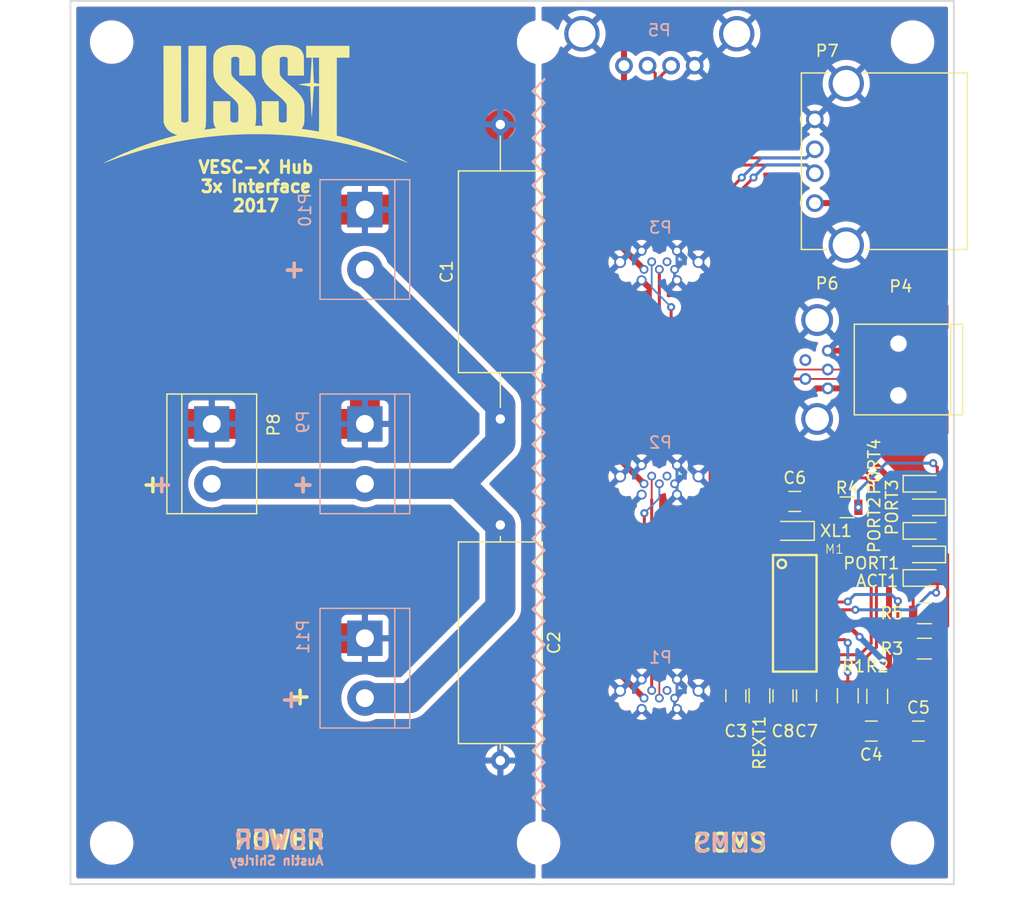
<source format=kicad_pcb>
(kicad_pcb (version 20221018) (generator pcbnew)
  (layers (0 "F.Cu" signal) (31 "B.Cu" signal) (34 "B.Paste" user) (35 "F.Paste" user) (36 "B.SilkS" user "B.Silkscreen") (37 "F.SilkS" user "F.Silkscreen") (38 "B.Mask" user) (39 "F.Mask" user) (44 "Edge.Cuts" user))
  (net 0 "")
  (net 1 "Net-(ACT1-Pad2)")
  (net 2 "Net-(ACT1-Pad1)")
  (net 3 "+24V")
  (net 4 "GND")
  (net 5 "Net-(C3-Pad1)")
  (net 6 "GNDD")
  (net 7 "+5V")
  (net 8 "VDD")
  (net 9 "Net-(M1-Pad23)")
  (net 10 "Net-(M1-Pad24)")
  (net 11 "Net-(M1-Pad18)")
  (net 12 "Net-(M1-Pad3)")
  (net 13 "Net-(M1-Pad2)")
  (net 14 "Net-(M1-Pad14)")
  (net 15 "Net-(PORT1-Pad1)")
  (net 16 "Net-(PORT3-Pad1)")
  (net 17 "/USB2_N")
  (net 18 "/USB3_P")
  (net 19 "/USB2_P")
  (net 20 "/USB1_N")
  (net 21 "/USB3_N")
  (net 22 "/USB4_P")
  (net 23 "/USB4_N")
  (net 24 "/USB1_P")
  (net 25 "/USBUP_P")
  (net 26 "/USBUP_N")
  (footprint "LEDs:LED_0805" (layer "F.Cu") (at 122.5 99)
    (fp_text reference "ACT1")
    (fp_text value "~")
  )
  (footprint "Capacitors_SMD:C_0805" (layer "F.Cu") (at 106.5 109 -90)
    (fp_text reference "C3")
    (fp_text value "10uF")
  )
  (footprint "Capacitors_SMD:C_0805" (layer "F.Cu") (at 118 112 180)
    (fp_text reference "C4")
    (fp_text value "10uF")
  )
  (footprint "Capacitors_SMD:C_0805" (layer "F.Cu") (at 122 112)
    (fp_text reference "C5")
    (fp_text value "0.1uF")
  )
  (footprint "Capacitors_SMD:C_0805" (layer "F.Cu") (at 111.5 92.5 180)
    (fp_text reference "C6")
    (fp_text value "0.1uF")
  )
  (footprint "Capacitors_SMD:C_0805" (layer "F.Cu") (at 112.5 109 -90)
    (fp_text reference "C7")
    (fp_text value "10uF")
  )
  (footprint "Capacitors_SMD:C_0805" (layer "F.Cu") (at 110.5 109 -90)
    (fp_text reference "C8")
    (fp_text value "0.1uF")
  )
  (footprint "USST-footprints:FE1.1S_SSOP-28" (layer "F.Cu") (at 111.5 102 -90)
    (fp_text reference "M1")
    (fp_text value "FE1.1S" hide)
  )
  (footprint "Connect:bornier2" (layer "F.Cu") (at 62 85.92 -90)
    (fp_text reference "P8")
    (fp_text value "POWER_IN")
  )
  (footprint "LEDs:LED_0805" (layer "F.Cu") (at 122.5 97 180)
    (fp_text reference "PORT1")
    (fp_text value "~")
  )
  (footprint "LEDs:LED_0805" (layer "F.Cu") (at 122.5 95)
    (fp_text reference "PORT2")
    (fp_text value "~")
  )
  (footprint "LEDs:LED_0805" (layer "F.Cu") (at 122.5 93 180)
    (fp_text reference "PORT3")
    (fp_text value "~")
  )
  (footprint "LEDs:LED_0805" (layer "F.Cu") (at 122.5 91)
    (fp_text reference "PORT4")
    (fp_text value "~")
  )
  (footprint "Resistors_SMD:R_0805" (layer "F.Cu") (at 116 109 -90)
    (fp_text reference "R1")
    (fp_text value "100K")
  )
  (footprint "Resistors_SMD:R_0805" (layer "F.Cu") (at 118.5 109.05 90)
    (fp_text reference "R2")
    (fp_text value "47K")
  )
  (footprint "Resistors_SMD:R_0805" (layer "F.Cu") (at 122.5 105)
    (fp_text reference "R3")
    (fp_text value "330")
  )
  (footprint "Resistors_SMD:R_0805" (layer "F.Cu") (at 115.95 93)
    (fp_text reference "R4")
    (fp_text value "330")
  )
  (footprint "Resistors_SMD:R_0805" (layer "F.Cu") (at 122.5 102)
    (fp_text reference "R5")
    (fp_text value "330")
  )
  (footprint "Resistors_SMD:R_0805" (layer "F.Cu") (at 108.5 109 90)
    (fp_text reference "REXT1")
    (fp_text value "2.7K")
  )
  (footprint "USST-footprints:WRCOM_MINI_USB_VERT" (layer "F.Cu") (at 114.3 81.3 90)
    (fp_text reference "P6")
    (fp_text value "USB_OTG_UP")
  )
  (footprint "Connect:USB_A" (layer "F.Cu") (at 113.2 67.17 90)
    (fp_text reference "P7")
    (fp_text value "USB_DS")
  )
  (footprint "Connect:USB_Mini-B" (layer "F.Cu") (at 120.5 81.3 180)
    (fp_text reference "P4")
    (fp_text value "USB_OTG_UP")
  )
  (footprint "Capacitors_ThroughHole:C_Axial_L17.0mm_D7.0mm_P25.00mm_Horizontal" (layer "F.Cu") (at 86.5 85.5 90)
    (fp_text reference "C1")
    (fp_text value "2000u")
  )
  (footprint "Capacitors_ThroughHole:C_Axial_L17.0mm_D7.0mm_P20.00mm_Horizontal" (layer "F.Cu") (at 86.5 94.5 -90)
    (fp_text reference "C2")
    (fp_text value "2000u")
  )
  (footprint "Crystals:Crystal_SMD_2012-2pin_2.0x1.2mm_HandSoldering" (layer "F.Cu") (at 111.5 95 180)
    (fp_text reference "XL1")
    (fp_text value "12MHz")
  )
  (footprint "Mounting_Holes:MountingHole_3.2mm_M3" (layer "F.Cu") (at 53.5 53.5)
    (fp_text reference "REF**" hide)
    (fp_text value "MountingHole_3.2mm_M3")
  )
  (footprint "Mounting_Holes:MountingHole_3.2mm_M3" (layer "F.Cu") (at 121.5 53.5)
    (fp_text reference "REF**" hide)
    (fp_text value "MountingHole_3.2mm_M3")
  )
  (footprint "Mounting_Holes:MountingHole_3.2mm_M3" (layer "F.Cu") (at 121.5 121.5)
    (fp_text reference "REF**" hide)
    (fp_text value "MountingHole_3.2mm_M3")
  )
  (footprint "Mounting_Holes:MountingHole_3.2mm_M3" (layer "F.Cu") (at 53.5 121.5)
    (fp_text reference "REF**" hide)
    (fp_text value "MountingHole_3.2mm_M3")
  )
  (footprint "USST-footprints:USSTLOGO" (layer "F.Cu") (at 65.75 58.75)
    (fp_text reference "G***" hide)
    (fp_text value "LOGO" hide)
  )
  (footprint "Mounting_Holes:MountingHole_3.2mm_M3" (layer "F.Cu") (at 89.75 121.5)
    (fp_text reference "REF**" hide)
    (fp_text value "MountingHole_3.2mm_M3")
  )
  (footprint "Mounting_Holes:MountingHole_3.2mm_M3" (layer "F.Cu") (at 89.75 53.5)
    (fp_text reference "REF**" hide)
    (fp_text value "MountingHole_3.2mm_M3")
  )
  (footprint "Connect:bornier2" (layer "B.Cu") (at 75 85.92 -90)
    (fp_text reference "P9")
    (fp_text value "M1")
  )
  (footprint "Connect:bornier2" (layer "B.Cu") (at 75 67.72 -90)
    (fp_text reference "P10")
    (fp_text value "M2")
  )
  (footprint "Connect:bornier2" (layer "B.Cu") (at 75 104.12 -90)
    (fp_text reference "P11")
    (fp_text value "M3")
  )
  (footprint "USST-footprints:USB3150_Micro_Vertical" (layer "B.Cu") (at 100 109.2)
    (fp_text reference "P1")
    (fp_text value "USB_OTG_M1")
  )
  (footprint "USST-footprints:USB3150_Micro_Vertical" (layer "B.Cu") (at 100 91)
    (fp_text reference "P2")
    (fp_text value "USB_OTG_M2")
  )
  (footprint "USST-footprints:USB3150_Micro_Vertical" (layer "B.Cu") (at 100 72.8)
    (fp_text reference "P3")
    (fp_text value "USB_OTG_M3")
  )
  (footprint "USST-footprints:WRCOM_USB_A_VERT" (layer "B.Cu") (at 100 55.5)
    (fp_text reference "P5")
    (fp_text value "USB_DS")
  )
  (gr_line (start 89.25 115.654516) (end 90.25 116.654516) (stroke (width 0.2)) (layer "B.SilkS"))
  (gr_line (start 89.25 95.654516) (end 90.25 96.654516) (stroke (width 0.2)) (layer "B.SilkS"))
  (gr_line (start 90.25 100.654516) (end 89.25 101.654516) (stroke (width 0.2)) (layer "B.SilkS"))
  (gr_line (start 89.25 113.654516) (end 90.25 114.654516) (stroke (width 0.2)) (layer "B.SilkS"))
  (gr_line (start 90.25 64.654516) (end 89.25 65.654516) (stroke (width 0.2)) (layer "B.SilkS"))
  (gr_line (start 90.25 72.654516) (end 89.25 73.654516) (stroke (width 0.2)) (layer "B.SilkS"))
  (gr_line (start 89.25 109.654516) (end 90.25 110.654516) (stroke (width 0.2)) (layer "B.SilkS"))
  (gr_line (start 89.25 75.654516) (end 90.25 76.654516) (stroke (width 0.2)) (layer "B.SilkS"))
  (gr_line (start 89.25 71.654516) (end 90.25 72.654516) (stroke (width 0.2)) (layer "B.SilkS"))
  (gr_line (start 89.25 107.654516) (end 90.25 108.654516) (stroke (width 0.2)) (layer "B.SilkS"))
  (gr_line (start 90.25 116.654516) (end 89.25 117.654516) (stroke (width 0.2)) (layer "B.SilkS"))
  (gr_line (start 90.25 104.654516) (end 89.25 105.654516) (stroke (width 0.2)) (layer "B.SilkS"))
  (gr_line (start 90.25 90.654516) (end 89.25 91.654516) (stroke (width 0.2)) (layer "B.SilkS"))
  (gr_line (start 90.25 96.654516) (end 89.25 97.654516) (stroke (width 0.2)) (layer "B.SilkS"))
  (gr_line (start 90.25 76.654516) (end 89.25 77.654516) (stroke (width 0.2)) (layer "B.SilkS"))
  (gr_line (start 90.25 88.654516) (end 89.25 89.654516) (stroke (width 0.2)) (layer "B.SilkS"))
  (gr_line (start 89.25 97.654516) (end 90.25 98.654516) (stroke (width 0.2)) (layer "B.SilkS"))
  (gr_line (start 89.25 83.654516) (end 90.25 84.654516) (stroke (width 0.2)) (layer "B.SilkS"))
  (gr_line (start 90.25 92.654516) (end 89.25 93.654516) (stroke (width 0.2)) (layer "B.SilkS"))
  (gr_line (start 90.25 66.654516) (end 89.25 67.654516) (stroke (width 0.2)) (layer "B.SilkS"))
  (gr_line (start 89.25 61.654516) (end 90.25 62.654516) (stroke (width 0.2)) (layer "B.SilkS"))
  (gr_line (start 90.25 84.654516) (end 89.25 85.654516) (stroke (width 0.2)) (layer "B.SilkS"))
  (gr_line (start 89.25 73.654516) (end 90.25 74.654516) (stroke (width 0.2)) (layer "B.SilkS"))
  (gr_line (start 90.25 94.654516) (end 89.25 95.654516) (stroke (width 0.2)) (layer "B.SilkS"))
  (gr_line (start 90.25 74.654516) (end 89.25 75.654516) (stroke (width 0.2)) (layer "B.SilkS"))
  (gr_line (start 90.25 110.654516) (end 89.25 111.654516) (stroke (width 0.2)) (layer "B.SilkS"))
  (gr_line (start 90.25 60.654516) (end 89.25 61.654516) (stroke (width 0.2)) (layer "B.SilkS"))
  (gr_line (start 90.25 78.654516) (end 89.25 79.654516) (stroke (width 0.2)) (layer "B.SilkS"))
  (gr_line (start 89.25 93.654516) (end 90.25 94.654516) (stroke (width 0.2)) (layer "B.SilkS"))
  (gr_line (start 89.25 63.654516) (end 90.25 64.654516) (stroke (width 0.2)) (layer "B.SilkS"))
  (gr_line (start 90.25 86.654516) (end 89.25 87.654516) (stroke (width 0.2)) (layer "B.SilkS"))
  (gr_line (start 90.25 108.654516) (end 89.25 109.654516) (stroke (width 0.2)) (layer "B.SilkS"))
  (gr_line (start 90.25 106.654516) (end 89.25 107.654516) (stroke (width 0.2)) (layer "B.SilkS"))
  (gr_line (start 90.25 102.654516) (end 89.25 103.654516) (stroke (width 0.2)) (layer "B.SilkS"))
  (gr_line (start 89.25 69.654516) (end 90.25 70.654516) (stroke (width 0.2)) (layer "B.SilkS"))
  (gr_line (start 90.25 82.654516) (end 89.25 83.654516) (stroke (width 0.2)) (layer "B.SilkS"))
  (gr_line (start 89.25 117.654516) (end 90.25 118.654516) (stroke (width 0.2)) (layer "B.SilkS"))
  (gr_line (start 90.25 98.654516) (end 89.25 99.654516) (stroke (width 0.2)) (layer "B.SilkS"))
  (gr_line (start 89.25 59.654516) (end 90.25 60.654516) (stroke (width 0.2)) (layer "B.SilkS"))
  (gr_line (start 90.25 80.654516) (end 89.25 81.654516) (stroke (width 0.2)) (layer "B.SilkS"))
  (gr_line (start 89.25 101.654516) (end 90.25 102.654516) (stroke (width 0.2)) (layer "B.SilkS"))
  (gr_line (start 90.25 114.654516) (end 89.25 115.654516) (stroke (width 0.2)) (layer "B.SilkS"))
  (gr_line (start 89.25 81.654516) (end 90.25 82.654516) (stroke (width 0.2)) (layer "B.SilkS"))
  (gr_line (start 89.25 111.654516) (end 90.25 112.654516) (stroke (width 0.2)) (layer "B.SilkS"))
  (gr_line (start 89.25 89.654516) (end 90.25 90.654516) (stroke (width 0.2)) (layer "B.SilkS"))
  (gr_line (start 89.25 65.654516) (end 90.25 66.654516) (stroke (width 0.2)) (layer "B.SilkS"))
  (gr_line (start 89.25 99.654516) (end 90.25 100.654516) (stroke (width 0.2)) (layer "B.SilkS"))
  (gr_line (start 89.25 77.654516) (end 90.25 78.654516) (stroke (width 0.2)) (layer "B.SilkS"))
  (gr_line (start 90.25 56.654516) (end 89.25 57.654516) (stroke (width 0.2)) (layer "B.SilkS"))
  (gr_line (start 89.25 67.654516) (end 90.25 68.654516) (stroke (width 0.2)) (layer "B.SilkS"))
  (gr_line (start 89.25 85.654516) (end 90.25 86.654516) (stroke (width 0.2)) (layer "B.SilkS"))
  (gr_line (start 89.25 103.654516) (end 90.25 104.654516) (stroke (width 0.2)) (layer "B.SilkS"))
  (gr_line (start 89.25 91.654516) (end 90.25 92.654516) (stroke (width 0.2)) (layer "B.SilkS"))
  (gr_line (start 90.25 112.654516) (end 89.25 113.654516) (stroke (width 0.2)) (layer "B.SilkS"))
  (gr_line (start 89.25 79.654516) (end 90.25 80.654516) (stroke (width 0.2)) (layer "B.SilkS"))
  (gr_line (start 90.25 62.654516) (end 89.25 63.654516) (stroke (width 0.2)) (layer "B.SilkS"))
  (gr_line (start 90.25 68.654516) (end 89.25 69.654516) (stroke (width 0.2)) (layer "B.SilkS"))
  (gr_line (start 90.25 70.654516) (end 89.25 71.654516) (stroke (width 0.2)) (layer "B.SilkS"))
  (gr_line (start 89.25 87.654516) (end 90.25 88.654516) (stroke (width 0.2)) (layer "B.SilkS"))
  (gr_line (start 90.25 58.654516) (end 89.25 59.654516) (stroke (width 0.2)) (layer "B.SilkS"))
  (gr_line (start 89.25 105.654516) (end 90.25 106.654516) (stroke (width 0.2)) (layer "B.SilkS"))
  (gr_line (start 89.25 57.654516) (end 90.25 58.654516) (stroke (width 0.2)) (layer "B.SilkS"))
  (gr_line (start 125 50) (end 125 125) (stroke (width 0.15)) (layer "Edge.Cuts"))
  (gr_line (start 125 125) (end 50 125) (stroke (width 0.15)) (layer "Edge.Cuts"))
  (gr_line (start 50 125) (end 50 50) (stroke (width 0.15)) (layer "Edge.Cuts"))
  (gr_line (start 50 50) (end 125 50) (stroke (width 0.15)) (layer "Edge.Cuts"))
  (gr_text "COMS" (at 106 121.5) (layer "B.SilkS") (effects (font (size 1.5 1.5) (thickness 0.3)) (justify mirror)))
  (gr_text "POWER" (at 67.75 121.25) (layer "B.SilkS") (effects (font (size 1.5 1.5) (thickness 0.3)) (justify mirror)))
  (gr_text "+" (at 57.75 91) (layer "B.SilkS") (effects (font (size 1.5 1.5) (thickness 0.3)) (justify mirror)))
  (gr_text "+" (at 69 72.75) (layer "B.SilkS") (effects (font (size 1.5 1.5) (thickness 0.3)) (justify mirror)))
  (gr_text "+" (at 69.75 91) (layer "B.SilkS") (effects (font (size 1.5 1.5) (thickness 0.3)) (justify mirror)))
  (gr_text "+" (at 68.75 109.25) (layer "B.SilkS") (effects (font (size 1.5 1.5) (thickness 0.3)) (justify mirror)))
  (gr_text "Austin Shirley" (at 67.5 123) (layer "B.SilkS") (effects (font (size 0.762 0.762) (thickness 0.1905)) (justify mirror)))
  (gr_text "COMS" (at 106 121.5) (layer "F.SilkS") (effects (font (size 1.5 1.5) (thickness 0.3))))
  (gr_text "+" (at 69.75 91) (layer "F.SilkS") (effects (font (size 1.5 1.5) (thickness 0.3))))
  (gr_text "+" (at 57 91) (layer "F.SilkS") (effects (font (size 1.5 1.5) (thickness 0.3))))
  (gr_text "+" (at 69 72.75) (layer "F.SilkS") (effects (font (size 1.5 1.5) (thickness 0.3))))
  (gr_text "+" (at 69.5 109) (layer "F.SilkS") (effects (font (size 1.5 1.5) (thickness 0.3))))
  (gr_text "VESC-X Hub\n3x Interface\n2017" (at 65.75 65.75) (layer "F.SilkS") (effects (font (size 1.016 1.016) (thickness 0.254))))
  (gr_text "POWER" (at 67.75 121.259964) (layer "F.SilkS") (effects (font (size 1.5 1.5) (thickness 0.3))))
  (segment (start 121.4 91) (end 121.4 93) (width 0.254) (layer "F.Cu") (net 1))
  (segment (start 121.4 95) (end 121.6 95) (width 0.254) (layer "F.Cu") (net 1))
  (segment (start 121.4 93) (end 121.4 95) (width 0.254) (layer "F.Cu") (net 1))
  (segment (start 121.4 95) (end 121.4 97) (width 0.254) (layer "F.Cu") (net 1))
  (segment (start 123.6 100.15) (end 123.5 100.25) (width 0.254) (layer "F.Cu") (net 1))
  (segment (start 121.6 97) (end 123.6 99) (width 0.254) (layer "F.Cu") (net 1))
  (segment (start 123.6 99) (end 123.6 100.15) (width 0.254) (layer "F.Cu") (net 1))
  (segment (start 121.4 97) (end 121.6 97) (width 0.254) (layer "F.Cu") (net 1))
  (segment (start 114.2 101.7) (end 116.644398 101.7) (width 0.254) (layer "F.Cu") (net 1))
  (via (at 123.5 100.25) (size 0.6858) (drill 0.3302) (layers "F.Cu" "B.Cu") (net 1))
  (via (at 116.644398 101.7) (size 0.6858) (drill 0.3302) (layers "F.Cu" "B.Cu") (net 1))
  (segment (start 116.644398 101.7) (end 121.55 101.7) (width 0.254) (layer "B.Cu") (net 1))
  (segment (start 121.55 101.7) (end 123 100.25) (width 0.254) (layer "B.Cu") (net 1))
  (segment (start 123 100.25) (end 123.5 100.25) (width 0.254) (layer "B.Cu") (net 1))
  (segment (start 121.55 100.55) (end 121.55 102) (width 0.254) (layer "F.Cu") (net 2))
  (segment (start 121.4 99) (end 121.4 100.4) (width 0.254) (layer "F.Cu") (net 2))
  (segment (start 121.4 100.4) (end 121.55 100.55) (width 0.254) (layer "F.Cu") (net 2))
  (segment (start 86.5 94.5) (end 86.5 101.5) (width 2.54) (layer "F.Cu") (net 3))
  (segment (start 78.8 109.2) (end 75 109.2) (width 2.54) (layer "F.Cu") (net 3))
  (segment (start 86.5 85.5) (end 86.5 87.5) (width 2.54) (layer "F.Cu") (net 3))
  (segment (start 86.5 84.3) (end 75 72.8) (width 2.54) (layer "F.Cu") (net 3))
  (segment (start 75 91) (end 83 91) (width 2.54) (layer "F.Cu") (net 3))
  (segment (start 86.5 85.5) (end 86.5 84.3) (width 2.54) (layer "F.Cu") (net 3))
  (segment (start 83 91) (end 86.5 94.5) (width 2.54) (layer "F.Cu") (net 3))
  (segment (start 75 91) (end 62 91) (width 2.54) (layer "F.Cu") (net 3))
  (segment (start 86.5 101.5) (end 78.8 109.2) (width 2.54) (layer "F.Cu") (net 3))
  (segment (start 86.5 87.5) (end 83 91) (width 2.54) (layer "F.Cu") (net 3))
  (segment (start 82.999364 91) (end 86.5 87.499364) (width 2.54) (layer "B.Cu") (net 3))
  (segment (start 86.5 87.499364) (end 86.5 85.5) (width 2.54) (layer "B.Cu") (net 3))
  (segment (start 75 91) (end 82.999364 91) (width 2.54) (layer "B.Cu") (net 3))
  (segment (start 78.8 109.2) (end 86.5 101.5) (width 2.54) (layer "B.Cu") (net 3))
  (segment (start 86.5 101.5) (end 86.5 94.5) (width 2.54) (layer "B.Cu") (net 3))
  (segment (start 75 109.2) (end 78.8 109.2) (width 2.54) (layer "B.Cu") (net 3))
  (segment (start 75 91) (end 83 91) (width 2.54) (layer "B.Cu") (net 3))
  (segment (start 62 91) (end 75 91) (width 2.54) (layer "B.Cu") (net 3))
  (segment (start 86.5 84.3) (end 75 72.8) (width 2.54) (layer "B.Cu") (net 3))
  (segment (start 83 91) (end 86.5 94.5) (width 2.54) (layer "B.Cu") (net 3))
  (segment (start 86.5 85.5) (end 86.5 84.3) (width 2.54) (layer "B.Cu") (net 3))
  (segment (start 62 85.92) (end 57.96 85.92) (width 2.54) (layer "F.Cu") (net 4))
  (segment (start 63.06 104.25) (end 63.19 104.12) (width 2.54) (layer "F.Cu") (net 4))
  (segment (start 56.26 97.45) (end 63.06 104.25) (width 2.54) (layer "F.Cu") (net 4))
  (segment (start 56.26 87.62) (end 56.26 97.45) (width 2.54) (layer "F.Cu") (net 4))
  (segment (start 75 67.72) (end 79.28 67.72) (width 2.54) (layer "F.Cu") (net 4))
  (segment (start 71.920581 67.72) (end 70 69.640581) (width 2.54) (layer "F.Cu") (net 4))
  (segment (start 63.19 104.12) (end 75 104.12) (width 2.54) (layer "F.Cu") (net 4))
  (segment (start 79.28 67.72) (end 86.5 60.5) (width 2.54) (layer "F.Cu") (net 4))
  (segment (start 62 85.92) (end 75 85.92) (width 2.54) (layer "F.Cu") (net 4))
  (segment (start 70 76.88) (end 75 81.88) (width 2.54) (layer "F.Cu") (net 4))
  (segment (start 57.96 85.92) (end 56.26 87.62) (width 2.54) (layer "F.Cu") (net 4))
  (segment (start 75 81.88) (end 75 85.92) (width 2.54) (layer "F.Cu") (net 4))
  (segment (start 75 67.72) (end 71.920581 67.72) (width 2.54) (layer "F.Cu") (net 4))
  (segment (start 70 69.640581) (end 70 76.88) (width 2.54) (layer "F.Cu") (net 4))
  (segment (start 114.2 97.84) (end 114.2 94.193575) (width 0.254) (layer "F.Cu") (net 5))
  (segment (start 107.62 104.88) (end 108.8 104.88) (width 0.254) (layer "F.Cu") (net 5))
  (segment (start 109.804 104.88) (end 111 103.684) (width 0.254) (layer "F.Cu") (net 5))
  (segment (start 111 99.5) (end 112.66 97.84) (width 0.254) (layer "F.Cu") (net 5))
  (segment (start 112.506425 92.5) (end 112.5 92.5) (width 0.254) (layer "F.Cu") (net 5))
  (segment (start 112.66 97.84) (end 114.2 97.84) (width 0.254) (layer "F.Cu") (net 5))
  (segment (start 107.62 104.88) (end 106.5 106) (width 0.254) (layer "F.Cu") (net 5))
  (segment (start 111 103.684) (end 111 99.5) (width 0.254) (layer "F.Cu") (net 5))
  (segment (start 114.2 94.193575) (end 112.506425 92.5) (width 0.254) (layer "F.Cu") (net 5))
  (segment (start 106.5 106) (end 106.5 108) (width 0.254) (layer "F.Cu") (net 5))
  (segment (start 108.8 104.88) (end 109.804 104.88) (width 0.254) (layer "F.Cu") (net 5))
  (segment (start 122.5 103.25) (end 122.5 110.621) (width 0.254) (layer "F.Cu") (net 6))
  (segment (start 123.45 102) (end 123.45 102.3) (width 0.254) (layer "F.Cu") (net 6))
  (segment (start 122.5 110.621) (end 123 111.121) (width 0.254) (layer "F.Cu") (net 6))
  (segment (start 123 111.121) (end 123 112) (width 0.254) (layer "F.Cu") (net 6))
  (segment (start 108.8 97.84) (end 108.8 97.411) (width 0.254) (layer "F.Cu") (net 6))
  (segment (start 109 97.211) (end 109 93.246) (width 0.254) (layer "F.Cu") (net 6))
  (segment (start 123.45 102.3) (end 122.5 103.25) (width 0.254) (layer "F.Cu") (net 6))
  (segment (start 109.746 92.5) (end 110.5 92.5) (width 0.254) (layer "F.Cu") (net 6))
  (segment (start 109 93.246) (end 109.746 92.5) (width 0.254) (layer "F.Cu") (net 6))
  (segment (start 117.7 79.7) (end 114.3 79.7) (width 0.508) (layer "F.Cu") (net 6))
  (segment (start 108.8 97.411) (end 109 97.211) (width 0.254) (layer "F.Cu") (net 6))
  (segment (start 101.5 72.6) (end 101.3 72.8) (width 0.254) (layer "B.Cu") (net 6))
  (segment (start 101.5 89.42) (end 101.5 90.8) (width 0.254) (layer "B.Cu") (net 6))
  (segment (start 101.5 91.92) (end 101.5 91.2) (width 0.254) (layer "B.Cu") (net 6))
  (segment (start 101.5 71.22) (end 101.5 72.6) (width 0.254) (layer "B.Cu") (net 6))
  (segment (start 101.5 91.2) (end 101.3 91) (width 0.254) (layer "B.Cu") (net 6))
  (segment (start 101.3 109.2) (end 101.3 109.92) (width 0.254) (layer "B.Cu") (net 6))
  (segment (start 101.3 72.8) (end 101.3 73.52) (width 0.254) (layer "B.Cu") (net 6))
  (segment (start 101.5 109) (end 101.5 107.62) (width 0.254) (layer "B.Cu") (net 6))
  (segment (start 101.3 73.52) (end 101.5 73.72) (width 0.254) (layer "B.Cu") (net 6))
  (segment (start 101.5 90.8) (end 101.3 91) (width 0.254) (layer "B.Cu") (net 6))
  (segment (start 101.3 109.2) (end 101.5 109) (width 0.254) (layer "B.Cu") (net 6))
  (segment (start 101.3 109.92) (end 101.5 110.12) (width 0.254) (layer "B.Cu") (net 6))
  (segment (start 94 60) (end 94 68) (width 0.508) (layer "F.Cu") (net 7))
  (segment (start 117.7 82.9) (end 119.358 82.9) (width 0.508) (layer "F.Cu") (net 7))
  (segment (start 114.2 102.96) (end 115.96 102.96) (width 0.381) (layer "F.Cu") (net 7))
  (segment (start 113.334084 82.9) (end 112.779246 83.454838) (width 0.508) (layer "F.Cu") (net 7))
  (segment (start 112.779246 83.454838) (end 110.545162 83.454838) (width 0.508) (layer "F.Cu") (net 7))
  (segment (start 115.96 102.96) (end 117 104) (width 0.381) (layer "F.Cu") (net 7))
  (segment (start 116 67.17) (end 113.2 67.17) (width 0.508) (layer "F.Cu") (net 7))
  (segment (start 110.545162 83.454838) (end 110 84) (width 0.508) (layer "F.Cu") (net 7))
  (segment (start 117.67 67.17) (end 116 67.17) (width 0.508) (layer "F.Cu") (net 7))
  (segment (start 94 104.5) (end 98.7 109.2) (width 0.508) (layer "F.Cu") (net 7))
  (segment (start 121.5 71) (end 117.67 67.17) (width 0.508) (layer "F.Cu") (net 7))
  (segment (start 118 89) (end 119.5 90.5) (width 0.508) (layer "F.Cu") (net 7))
  (segment (start 119.754 112) (end 119 112) (width 0.508) (layer "F.Cu") (net 7))
  (segment (start 121.5 80.758) (end 121.5 71) (width 0.508) (layer "F.Cu") (net 7))
  (segment (start 117.7 82.9) (end 114.3 82.9) (width 0.508) (layer "F.Cu") (net 7))
  (segment (start 113.5 89) (end 118 89) (width 0.508) (layer "F.Cu") (net 7))
  (segment (start 97 55.5) (end 97 54) (width 0.508) (layer "F.Cu") (net 7))
  (segment (start 119.5 106.5) (end 119 106) (width 0.508) (layer "F.Cu") (net 7))
  (segment (start 107 57) (end 112.5 57) (width 0.508) (layer "F.Cu") (net 7))
  (segment (start 120 110) (end 118.5 110) (width 0.508) (layer "F.Cu") (net 7))
  (segment (start 120.246 112) (end 121 112) (width 0.508) (layer "F.Cu") (net 7))
  (segment (start 119.358 82.9) (end 121.5 80.758) (width 0.508) (layer "F.Cu") (net 7))
  (segment (start 120 111.754) (end 120.246 112) (width 0.508) (layer "F.Cu") (net 7))
  (segment (start 97 57) (end 94 60) (width 0.508) (layer "F.Cu") (net 7))
  (segment (start 120 107) (end 120 110) (width 0.508) (layer "F.Cu") (net 7))
  (segment (start 98.5 52.5) (end 102.5 52.5) (width 0.508) (layer "F.Cu") (net 7))
  (segment (start 94 86.3) (end 94 86) (width 0.508) (layer "F.Cu") (net 7))
  (segment (start 114.3 82.9) (end 113.334084 82.9) (width 0.508) (layer "F.Cu") (net 7))
  (segment (start 102.5 52.5) (end 107 57) (width 0.508) (layer "F.Cu") (net 7))
  (segment (start 94 68) (end 94 86) (width 0.508) (layer "F.Cu") (net 7))
  (segment (start 110 84) (end 110 85.5) (width 0.508) (layer "F.Cu") (net 7))
  (segment (start 98.7 91) (end 94 86.3) (width 0.508) (layer "F.Cu") (net 7))
  (segment (start 119.5 106.5) (end 120 107) (width 0.508) (layer "F.Cu") (net 7))
  (segment (start 120 111.754) (end 119.754 112) (width 0.508) (layer "F.Cu") (net 7))
  (segment (start 97 55.5) (end 97 57) (width 0.508) (layer "F.Cu") (net 7))
  (segment (start 116 60.5) (end 116 67.17) (width 0.508) (layer "F.Cu") (net 7))
  (segment (start 120 110) (end 120 111.754) (width 0.508) (layer "F.Cu") (net 7))
  (segment (start 119.5 90.5) (end 119.5 106.5) (width 0.508) (layer "F.Cu") (net 7))
  (segment (start 94 86) (end 94 104.5) (width 0.508) (layer "F.Cu") (net 7))
  (segment (start 112.5 57) (end 116 60.5) (width 0.508) (layer "F.Cu") (net 7))
  (segment (start 110 85.5) (end 113.5 89) (width 0.508) (layer "F.Cu") (net 7))
  (segment (start 98.7 72.8) (end 94 68.1) (width 0.508) (layer "F.Cu") (net 7))
  (segment (start 97 54) (end 98.5 52.5) (width 0.508) (layer "F.Cu") (net 7))
  (segment (start 94 68.1) (end 94 68) (width 0.508) (layer "F.Cu") (net 7))
  (via (at 117 104) (size 0.6858) (drill 0.3302) (layers "F.Cu" "B.Cu") (net 7))
  (via (at 119 106) (size 0.6858) (drill 0.3302) (layers "F.Cu" "B.Cu") (net 7))
  (segment (start 119 106) (end 117 104) (width 0.508) (layer "B.Cu") (net 7))
  (segment (start 113.069 104.88) (end 112.5 105.449) (width 0.381) (layer "F.Cu") (net 8))
  (segment (start 113.069 103.6) (end 112.669 104) (width 0.381) (layer "F.Cu") (net 8))
  (segment (start 109.931 105.52) (end 108.8 105.52) (width 0.381) (layer "F.Cu") (net 8))
  (segment (start 110.5 106.216) (end 110.5 107.246) (width 0.254) (layer "F.Cu") (net 8))
  (segment (start 112.669 104) (end 112.5 104) (width 0.381) (layer "F.Cu") (net 8))
  (segment (start 112.5 108) (end 110.5 108) (width 0.381) (layer "F.Cu") (net 8))
  (segment (start 112.5 105.576) (end 112.5 108) (width 0.381) (layer "F.Cu") (net 8))
  (segment (start 112.5 102.889) (end 112.5 103) (width 0.381) (layer "F.Cu") (net 8))
  (segment (start 110.5 106.089) (end 109.931 105.52) (width 0.381) (layer "F.Cu") (net 8))
  (segment (start 112.5 99.689) (end 112.5 103) (width 0.381) (layer "F.Cu") (net 8))
  (segment (start 114.2 104.88) (end 113.069 104.88) (width 0.381) (layer "F.Cu") (net 8))
  (segment (start 114.2 99.12) (end 113.069 99.12) (width 0.381) (layer "F.Cu") (net 8))
  (segment (start 110.5 106.216) (end 110.5 106.089) (width 0.381) (layer "F.Cu") (net 8))
  (segment (start 112.5 104) (end 112.5 105.576) (width 0.381) (layer "F.Cu") (net 8))
  (segment (start 113.069 102.32) (end 112.5 102.889) (width 0.381) (layer "F.Cu") (net 8))
  (segment (start 112.5 105.449) (end 112.5 105.576) (width 0.381) (layer "F.Cu") (net 8))
  (segment (start 114.2 102.32) (end 113.069 102.32) (width 0.381) (layer "F.Cu") (net 8))
  (segment (start 110.5 106.216) (end 110.5 108) (width 0.381) (layer "F.Cu") (net 8))
  (segment (start 113.069 99.12) (end 112.5 99.689) (width 0.381) (layer "F.Cu") (net 8))
  (segment (start 114.2 103.6) (end 113.069 103.6) (width 0.381) (layer "F.Cu") (net 8))
  (segment (start 110.5 107.246) (end 110.5 108) (width 0.254) (layer "F.Cu") (net 8))
  (segment (start 112.5 103) (end 112.5 104) (width 0.381) (layer "F.Cu") (net 8))
  (segment (start 114.2 101.04) (end 115.96 101.04) (width 0.254) (layer "F.Cu") (net 9))
  (segment (start 115.96 101.04) (end 116 101) (width 0.254) (layer "F.Cu") (net 9))
  (segment (start 120.24931 102.79531) (end 120.24931 101.44616) (width 0.254) (layer "F.Cu") (net 9))
  (segment (start 120.24931 101.44616) (end 120.24931 100.961227) (width 0.254) (layer "F.Cu") (net 9))
  (segment (start 121.55 105) (end 121.55 104.096) (width 0.254) (layer "F.Cu") (net 9))
  (segment (start 121.55 104.096) (end 120.24931 102.79531) (width 0.254) (layer "F.Cu") (net 9))
  (via (at 120.24931 100.961227) (size 0.6858) (drill 0.3302) (layers "F.Cu" "B.Cu") (net 9))
  (via (at 116 101) (size 0.6858) (drill 0.3302) (layers "F.Cu" "B.Cu") (net 9))
  (segment (start 116 101) (end 116.597462 100.402538) (width 0.254) (layer "B.Cu") (net 9))
  (segment (start 116.597462 100.402538) (end 119.690621 100.402538) (width 0.254) (layer "B.Cu") (net 9))
  (segment (start 119.906411 100.618328) (end 120.24931 100.961227) (width 0.254) (layer "B.Cu") (net 9))
  (segment (start 119.690621 100.402538) (end 119.906411 100.618328) (width 0.254) (layer "B.Cu") (net 9))
  (segment (start 117 98.604) (end 115.204 100.4) (width 0.254) (layer "F.Cu") (net 10))
  (segment (start 115 94) (end 117 96) (width 0.254) (layer "F.Cu") (net 10))
  (segment (start 117 96) (end 117 98.604) (width 0.254) (layer "F.Cu") (net 10))
  (segment (start 115 93) (end 115 94) (width 0.254) (layer "F.Cu") (net 10))
  (segment (start 115.204 100.4) (end 114.2 100.4) (width 0.254) (layer "F.Cu") (net 10))
  (segment (start 116 108.05) (end 118.45 108.05) (width 0.254) (layer "F.Cu") (net 11))
  (segment (start 118.45 108.05) (end 118.5 108.1) (width 0.254) (layer "F.Cu") (net 11))
  (segment (start 114.2 104.24) (end 115.74 104.24) (width 0.254) (layer "F.Cu") (net 11))
  (segment (start 115.74 104.24) (end 116 104.5) (width 0.254) (layer "F.Cu") (net 11))
  (segment (start 116 107) (end 116 108.05) (width 0.254) (layer "F.Cu") (net 11))
  (via (at 116 107) (size 0.6858) (drill 0.3302) (layers "F.Cu" "B.Cu") (net 11))
  (via (at 116 104.5) (size 0.6858) (drill 0.3302) (layers "F.Cu" "B.Cu") (net 11))
  (segment (start 116 104.5) (end 116 107) (width 0.254) (layer "B.Cu") (net 11))
  (segment (start 112.425 96.499) (end 109.804 99.12) (width 0.254) (layer "F.Cu") (net 12))
  (segment (start 112.425 95) (end 112.425 96.499) (width 0.254) (layer "F.Cu") (net 12))
  (segment (start 109.804 99.12) (end 108.8 99.12) (width 0.254) (layer "F.Cu") (net 12))
  (segment (start 110.575 97.709) (end 110.575 95) (width 0.254) (layer "F.Cu") (net 13))
  (segment (start 109.804 98.48) (end 110.575 97.709) (width 0.254) (layer "F.Cu") (net 13))
  (segment (start 108.8 98.48) (end 109.804 98.48) (width 0.254) (layer "F.Cu") (net 13))
  (segment (start 108.8 106.16) (end 108.8 107.75) (width 0.254) (layer "F.Cu") (net 14))
  (segment (start 108.8 107.75) (end 108.5 108.05) (width 0.254) (layer "F.Cu") (net 14))
  (segment (start 123.6 95) (end 123.6 97) (width 0.254) (layer "F.Cu") (net 15))
  (segment (start 124.479401 103.066599) (end 123.45 104.096) (width 0.254) (layer "F.Cu") (net 15))
  (segment (start 124.454 97) (end 124.479401 97.025401) (width 0.254) (layer "F.Cu") (net 15))
  (segment (start 123.6 97) (end 124.454 97) (width 0.254) (layer "F.Cu") (net 15))
  (segment (start 124.479401 97.025401) (end 124.479401 103.066599) (width 0.254) (layer "F.Cu") (net 15))
  (segment (start 123.45 104.096) (end 123.45 105) (width 0.254) (layer "F.Cu") (net 15))
  (segment (start 123.6 91) (end 123.6 89.6) (width 0.254) (layer "F.Cu") (net 16))
  (segment (start 123.6 89.6) (end 123.25 89.25) (width 0.254) (layer "F.Cu") (net 16))
  (segment (start 123.6 91) (end 123.6 93) (width 0.254) (layer "F.Cu") (net 16))
  (via (at 116.9 93) (size 0.6858) (drill 0.3302) (layers "F.Cu" "B.Cu") (net 16))
  (via (at 123.25 89.25) (size 0.6858) (drill 0.3302) (layers "F.Cu" "B.Cu") (net 16))
  (segment (start 119.25 89.25) (end 123.25 89.25) (width 0.254) (layer "B.Cu") (net 16))
  (segment (start 116.9 91.6) (end 119.25 89.25) (width 0.254) (layer "B.Cu") (net 16))
  (segment (start 116.9 93) (end 116.9 91.6) (width 0.254) (layer "B.Cu") (net 16))
  (segment (start 108.8 101.04) (end 106.842275 101.04) (width 0.254) (layer "F.Cu") (net 17))
  (segment (start 104.911625 82.068912) (end 101 78.157287) (width 0.254) (layer "F.Cu") (net 17))
  (segment (start 101 78.157287) (end 101 76) (width 0.254) (layer "F.Cu") (net 17))
  (segment (start 104.911625 99.10935) (end 104.911625 82.068912) (width 0.254) (layer "F.Cu") (net 17))
  (segment (start 106.842275 101.04) (end 104.911625 99.10935) (width 0.254) (layer "F.Cu") (net 17))
  (via (at 101 76) (size 0.6858) (drill 0.3302) (layers "F.Cu" "B.Cu") (net 17))
  (segment (start 99.35 72.15) (end 99.35 74.35) (width 0.1524) (layer "B.Cu") (net 17))
  (segment (start 99.35 74.35) (end 101 76) (width 0.1524) (layer "B.Cu") (net 17))
  (segment (start 108.8 102.96) (end 104.623461 102.96) (width 0.254) (layer "F.Cu") (net 18))
  (segment (start 104.623461 102.96) (end 98.726362 97.062901) (width 0.254) (layer "F.Cu") (net 18))
  (segment (start 98.726362 97.062901) (end 98.726362 93.982747) (width 0.254) (layer "F.Cu") (net 18))
  (segment (start 98.726362 93.982747) (end 98.726362 93.497814) (width 0.254) (layer "F.Cu") (net 18))
  (via (at 98.726362 93.497814) (size 0.6858) (drill 0.3302) (layers "F.Cu" "B.Cu") (net 18))
  (segment (start 100 91) (end 100 92.224176) (width 0.1524) (layer "B.Cu") (net 18))
  (segment (start 100 92.224176) (end 98.726362 93.497814) (width 0.1524) (layer "B.Cu") (net 18))
  (segment (start 98.728548 93.5) (end 98.726362 93.497814) (width 0.254) (layer "B.Cu") (net 18))
  (segment (start 108.8 101.68) (end 106.60525 101.68) (width 0.254) (layer "F.Cu") (net 19))
  (segment (start 100 78.07475) (end 100 73.33033) (width 0.254) (layer "F.Cu") (net 19))
  (segment (start 104.312198 82.386948) (end 100 78.07475) (width 0.254) (layer "F.Cu") (net 19))
  (segment (start 106.60525 101.68) (end 104.312198 99.386948) (width 0.254) (layer "F.Cu") (net 19))
  (segment (start 104.312198 99.386948) (end 104.312198 82.386948) (width 0.254) (layer "F.Cu") (net 19))
  (segment (start 100 73.33033) (end 100 72.8) (width 0.254) (layer "F.Cu") (net 19))
  (segment (start 106.651593 98.923873) (end 107.48772 99.76) (width 0.254) (layer "F.Cu") (net 20))
  (segment (start 99.652256 59.380756) (end 99.652256 56.152256) (width 0.254) (layer "F.Cu") (net 20))
  (segment (start 99.652256 56.152256) (end 99 55.5) (width 0.254) (layer "F.Cu") (net 20))
  (segment (start 112.507642 63.937642) (end 104.209142 63.937642) (width 0.254) (layer "F.Cu") (net 20))
  (segment (start 107.48772 99.76) (end 108.8 99.76) (width 0.254) (layer "F.Cu") (net 20))
  (segment (start 104.209142 63.937642) (end 99.652256 59.380756) (width 0.254) (layer "F.Cu") (net 20))
  (segment (start 108 65) (end 106.651593 66.348407) (width 0.254) (layer "F.Cu") (net 20))
  (segment (start 106.651593 66.348407) (end 106.651593 98.923873) (width 0.254) (layer "F.Cu") (net 20))
  (segment (start 113.2 64.63) (end 112.507642 63.937642) (width 0.254) (layer "F.Cu") (net 20))
  (via (at 108 65) (size 0.6858) (drill 0.3302) (layers "F.Cu" "B.Cu") (net 20))
  (segment (start 112.489607 63.919607) (end 109.080393 63.919607) (width 0.254) (layer "B.Cu") (net 20))
  (segment (start 109.080393 63.919607) (end 108 65) (width 0.254) (layer "B.Cu") (net 20))
  (segment (start 113.2 64.63) (end 112.489607 63.919607) (width 0.254) (layer "B.Cu") (net 20))
  (segment (start 99.35 92.35) (end 99.35 96.85) (width 0.254) (layer "F.Cu") (net 21))
  (segment (start 108.8 102.32) (end 104.82 102.32) (width 0.254) (layer "F.Cu") (net 21))
  (segment (start 99.35 90.35) (end 99.35 92.35) (width 0.1524) (layer "F.Cu") (net 21))
  (segment (start 99.35 96.85) (end 104.82 102.32) (width 0.254) (layer "F.Cu") (net 21))
  (segment (start 100 107.5) (end 100 105) (width 0.254) (layer "F.Cu") (net 22))
  (segment (start 100 109.2) (end 100 107.5) (width 0.1524) (layer "F.Cu") (net 22))
  (segment (start 100 105) (end 100.76 104.24) (width 0.254) (layer "F.Cu") (net 22))
  (segment (start 108.8 104.24) (end 100.76 104.24) (width 0.254) (layer "F.Cu") (net 22))
  (segment (start 100.4 103.6) (end 99.35 104.65) (width 0.254) (layer "F.Cu") (net 23))
  (segment (start 99.35 104.65) (end 99.35 108.55) (width 0.254) (layer "F.Cu") (net 23))
  (segment (start 100.4 103.6) (end 108.8 103.6) (width 0.254) (layer "F.Cu") (net 23))
  (segment (start 106.002695 65.997305) (end 106.002695 99.219182) (width 0.254) (layer "F.Cu") (net 24))
  (segment (start 100.156738 56.343262) (end 100.156738 59.156738) (width 0.254) (layer "F.Cu") (net 24))
  (segment (start 100.156738 59.156738) (end 104.327226 63.327226) (width 0.254) (layer "F.Cu") (net 24))
  (segment (start 107.183513 100.4) (end 108.8 100.4) (width 0.254) (layer "F.Cu") (net 24))
  (segment (start 101 55.5) (end 100.156738 56.343262) (width 0.254) (layer "F.Cu") (net 24))
  (segment (start 104.327226 63.327226) (end 112.472774 63.327226) (width 0.254) (layer "F.Cu") (net 24))
  (segment (start 112.472774 63.327226) (end 113.2 62.6) (width 0.254) (layer "F.Cu") (net 24))
  (segment (start 107 65) (end 106.002695 65.997305) (width 0.254) (layer "F.Cu") (net 24))
  (segment (start 106.002695 99.219182) (end 107.183513 100.4) (width 0.254) (layer "F.Cu") (net 24))
  (via (at 107 65) (size 0.6858) (drill 0.3302) (layers "F.Cu" "B.Cu") (net 24))
  (segment (start 113.2 62.6) (end 112.457187 63.342813) (width 0.254) (layer "B.Cu") (net 24))
  (segment (start 112.457187 63.342813) (end 108.657187 63.342813) (width 0.254) (layer "B.Cu") (net 24))
  (segment (start 108.657187 63.342813) (end 107 65) (width 0.254) (layer "B.Cu") (net 24))
  (segment (start 117.988761 90.988761) (end 117.5 90.5) (width 0.254) (layer "F.Cu") (net 25))
  (segment (start 117.5 90.5) (end 112.5 90.5) (width 0.254) (layer "F.Cu") (net 25))
  (segment (start 108.222079 82.777921) (end 109.7 81.3) (width 0.254) (layer "F.Cu") (net 25))
  (segment (start 114.3 81.3) (end 111.5 81.3) (width 0.1524) (layer "F.Cu") (net 25))
  (segment (start 117.7 81.3) (end 114.3 81.3) (width 0.1524) (layer "F.Cu") (net 25))
  (segment (start 112.5 90.5) (end 108.222079 86.222079) (width 0.254) (layer "F.Cu") (net 25))
  (segment (start 114.2 105.52) (end 117.019463 105.52) (width 0.254) (layer "F.Cu") (net 25))
  (segment (start 117.019463 105.52) (end 117.988761 104.550702) (width 0.254) (layer "F.Cu") (net 25))
  (segment (start 108.222079 86.222079) (end 108.222079 82.777921) (width 0.254) (layer "F.Cu") (net 25))
  (segment (start 109.7 81.3) (end 111.5 81.3) (width 0.254) (layer "F.Cu") (net 25))
  (segment (start 117.988761 104.550702) (end 117.988761 90.988761) (width 0.254) (layer "F.Cu") (net 25))
  (segment (start 109.9 82.1) (end 112.4 82.1) (width 0.254) (layer "F.Cu") (net 26))
  (segment (start 114.2 106.16) (end 117.14464 106.16) (width 0.254) (layer "F.Cu") (net 26))
  (segment (start 117.57475 90) (end 112.57475 90) (width 0.254) (layer "F.Cu") (net 26))
  (segment (start 112.4 82.1) (end 110.1 82.1) (width 0.1524) (layer "F.Cu") (net 26))
  (segment (start 108.701875 83.298125) (end 109.9 82.1) (width 0.254) (layer "F.Cu") (net 26))
  (segment (start 112.57475 90) (end 108.701875 86.127125) (width 0.254) (layer "F.Cu") (net 26))
  (segment (start 117.14464 106.16) (end 118.431914 104.872726) (width 0.254) (layer "F.Cu") (net 26))
  (segment (start 117.7 82.1) (end 112.4 82.1) (width 0.1524) (layer "F.Cu") (net 26))
  (segment (start 118.431914 90.857164) (end 117.57475 90) (width 0.254) (layer "F.Cu") (net 26))
  (segment (start 108.701875 86.127125) (end 108.701875 83.298125) (width 0.254) (layer "F.Cu") (net 26))
  (segment (start 118.431914 104.872726) (end 118.431914 90.857164) (width 0.254) (layer "F.Cu") (net 26))
  (zone (net 4) (net_name "GND") (layer "F.Cu") (connect_pads (clearance 0.508)) (min_thickness 0.254) (fill yes (thermal_gap 0.508) (thermal_bridge_width 0.508))
    (polygon (pts (xy 50.5 50.5) (xy 89.5 50.5) (xy 89.5 124.5) (xy 50.5 124.5)))
  )
  (zone (net 6) (net_name "GNDD") (layer "F.Cu") (connect_pads (clearance 0.508)) (min_thickness 0.254) (fill yes (thermal_gap 0.508) (thermal_bridge_width 0.508))
    (polygon (pts (xy 124.5 124.5) (xy 124.5 50.5) (xy 90 50.5) (xy 90 124.5)))
  )
  (zone (net 4) (net_name "GND") (layer "B.Cu") (connect_pads (clearance 0.508)) (min_thickness 0.254) (fill yes (thermal_gap 0.508) (thermal_bridge_width 0.508))
    (polygon (pts (xy 50.5 124.5) (xy 89.5 124.5) (xy 89.5 50.5) (xy 50.5 50.5)))
  )
  (zone (net 6) (net_name "GNDD") (layer "B.Cu") (connect_pads (clearance 0.508)) (min_thickness 0.254) (fill yes (thermal_gap 0.508) (thermal_bridge_width 0.508))
    (polygon (pts (xy 90 50.5) (xy 124.5 50.5) (xy 124.5 124.5) (xy 90 124.5)))
  )
)
</source>
